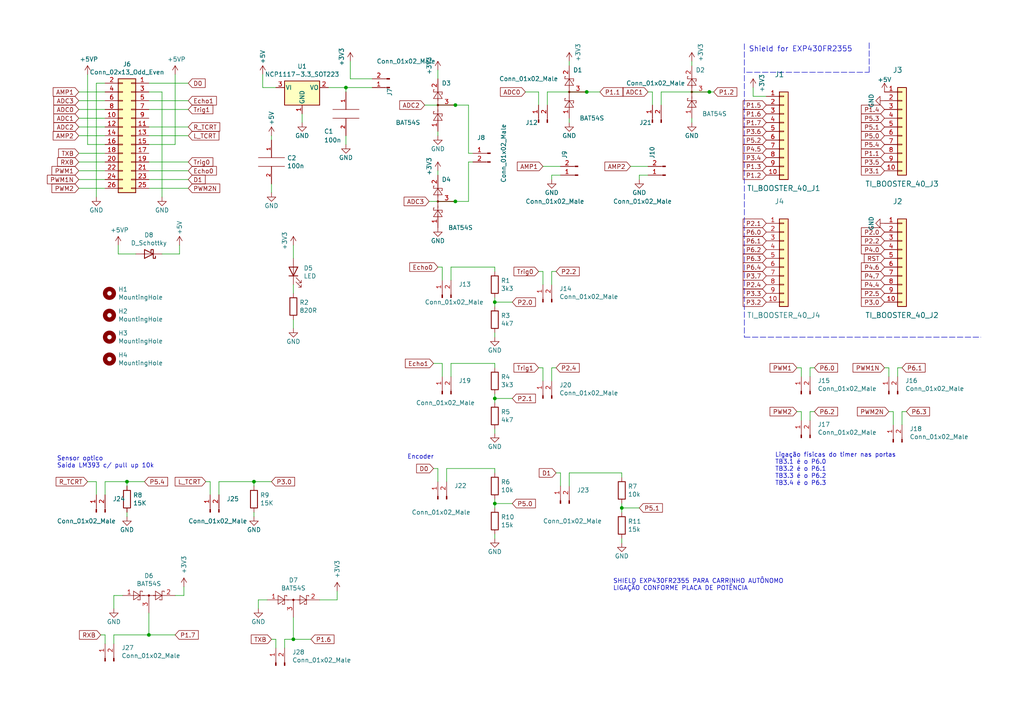
<source format=kicad_sch>
(kicad_sch (version 20211123) (generator eeschema)
  (paper "A4")
  (title_block (date "19 oct 2012"))
  (lib_symbols
    (symbol "Connector:Conn_01x02_Male" (pin_names (offset 1.016) hide)
      (property "Reference" "J" (at 0 2.54 0))
      (property "Value" "Conn_01x02_Male" (at 0 -5.08 0))
      (symbol "Conn_01x02_Male_1_1"
        (pin passive line (at 5.08 0 180) (length 3.81) (name "Pin_1") (number "1"))
        (pin passive line (at 5.08 -2.54 180) (length 3.81) (name "Pin_2") (number "2"))
      )
    )
    (symbol "Connector_Generic:Conn_01x10" (pin_names (offset 1.016) hide)
      (property "Reference" "J" (at 0 12.7 0))
      (property "Value" "Conn_01x10" (at 0 -15.24 0))
      (symbol "Conn_01x10_1_1"
        (pin passive line (at -5.08 10.16 0) (length 3.81) (name "Pin_1") (number "1"))
        (pin passive line (at -5.08 -12.7 0) (length 3.81) (name "Pin_10") (number "10"))
        (pin passive line (at -5.08 7.62 0) (length 3.81) (name "Pin_2") (number "2"))
        (pin passive line (at -5.08 5.08 0) (length 3.81) (name "Pin_3") (number "3"))
        (pin passive line (at -5.08 2.54 0) (length 3.81) (name "Pin_4") (number "4"))
        (pin passive line (at -5.08 0 0) (length 3.81) (name "Pin_5") (number "5"))
        (pin passive line (at -5.08 -2.54 0) (length 3.81) (name "Pin_6") (number "6"))
        (pin passive line (at -5.08 -5.08 0) (length 3.81) (name "Pin_7") (number "7"))
        (pin passive line (at -5.08 -7.62 0) (length 3.81) (name "Pin_8") (number "8"))
        (pin passive line (at -5.08 -10.16 0) (length 3.81) (name "Pin_9") (number "9"))
      )
    )
    (symbol "Connector_Generic:Conn_02x13_Odd_Even" (pin_names (offset 1.016) hide)
      (property "Reference" "J" (at 1.27 17.78 0))
      (property "Value" "Conn_02x13_Odd_Even" (at 1.27 -17.78 0))
      (symbol "Conn_02x13_Odd_Even_1_1"
        (pin passive line (at -5.08 15.24 0) (length 3.81) (name "Pin_1") (number "1"))
        (pin passive line (at 7.62 5.08 180) (length 3.81) (name "Pin_10") (number "10"))
        (pin passive line (at -5.08 2.54 0) (length 3.81) (name "Pin_11") (number "11"))
        (pin passive line (at 7.62 2.54 180) (length 3.81) (name "Pin_12") (number "12"))
        (pin passive line (at -5.08 0 0) (length 3.81) (name "Pin_13") (number "13"))
        (pin passive line (at 7.62 0 180) (length 3.81) (name "Pin_14") (number "14"))
        (pin passive line (at -5.08 -2.54 0) (length 3.81) (name "Pin_15") (number "15"))
        (pin passive line (at 7.62 -2.54 180) (length 3.81) (name "Pin_16") (number "16"))
        (pin passive line (at -5.08 -5.08 0) (length 3.81) (name "Pin_17") (number "17"))
        (pin passive line (at 7.62 -5.08 180) (length 3.81) (name "Pin_18") (number "18"))
        (pin passive line (at -5.08 -7.62 0) (length 3.81) (name "Pin_19") (number "19"))
        (pin passive line (at 7.62 15.24 180) (length 3.81) (name "Pin_2") (number "2"))
        (pin passive line (at 7.62 -7.62 180) (length 3.81) (name "Pin_20") (number "20"))
        (pin passive line (at -5.08 -10.16 0) (length 3.81) (name "Pin_21") (number "21"))
        (pin passive line (at 7.62 -10.16 180) (length 3.81) (name "Pin_22") (number "22"))
        (pin passive line (at -5.08 -12.7 0) (length 3.81) (name "Pin_23") (number "23"))
        (pin passive line (at 7.62 -12.7 180) (length 3.81) (name "Pin_24") (number "24"))
        (pin passive line (at -5.08 -15.24 0) (length 3.81) (name "Pin_25") (number "25"))
        (pin passive line (at 7.62 -15.24 180) (length 3.81) (name "Pin_26") (number "26"))
        (pin passive line (at -5.08 12.7 0) (length 3.81) (name "Pin_3") (number "3"))
        (pin passive line (at 7.62 12.7 180) (length 3.81) (name "Pin_4") (number "4"))
        (pin passive line (at -5.08 10.16 0) (length 3.81) (name "Pin_5") (number "5"))
        (pin passive line (at 7.62 10.16 180) (length 3.81) (name "Pin_6") (number "6"))
        (pin passive line (at -5.08 7.62 0) (length 3.81) (name "Pin_7") (number "7"))
        (pin passive line (at 7.62 7.62 180) (length 3.81) (name "Pin_8") (number "8"))
        (pin passive line (at -5.08 5.08 0) (length 3.81) (name "Pin_9") (number "9"))
      )
    )
    (symbol "Device:D_Schottky" (pin_numbers hide) (pin_names (offset 1.016) hide)
      (property "Reference" "D" (at 0 2.54 0))
      (property "Value" "D_Schottky" (at 0 -2.54 0))
      (symbol "D_Schottky_1_1"
        (pin passive line (at -3.81 0 0) (length 2.54) (name "K") (number "1"))
        (pin passive line (at 3.81 0 180) (length 2.54) (name "A") (number "2"))
      )
    )
    (symbol "Device:LED" (pin_numbers hide) (pin_names (offset 1.016) hide)
      (property "Reference" "D" (at 0 2.54 0))
      (property "Value" "LED" (at 0 -2.54 0))
      (symbol "LED_1_1"
        (pin passive line (at -3.81 0 0) (length 2.54) (name "K") (number "1"))
        (pin passive line (at 3.81 0 180) (length 2.54) (name "A") (number "2"))
      )
    )
    (symbol "Device:R" (pin_numbers hide) (pin_names (offset 0))
      (property "Reference" "R" (at 2.032 0 90))
      (property "Value" "R" (at 0 0 90))
      (symbol "R_1_1"
        (pin passive line (at 0 3.81 270) (length 1.27) (name "~") (number "1"))
        (pin passive line (at 0 -3.81 90) (length 1.27) (name "~") (number "2"))
      )
    )
    (symbol "Diode:BAT54S" (pin_names (offset 1.016))
      (property "Reference" "D" (at 0.635 -3.81 0))
      (property "Value" "BAT54S" (at -6.35 3.175 0))
      (symbol "BAT54S_1_1"
        (pin passive line (at -7.62 0 0) (length 3.81) (name "~") (number "1"))
        (pin passive line (at 7.62 0 180) (length 3.81) (name "~") (number "2"))
        (pin passive line (at 0 -5.08 90) (length 5.08) (name "~") (number "3"))
      )
    )
    (symbol "Mechanical:MountingHole" (pin_names (offset 1.016))
      (property "Reference" "H" (at 0 5.08 0))
      (property "Value" "MountingHole" (at 0 3.175 0))
    )
    (symbol "Regulator_Linear:NCP1117-3.3_SOT223" (pin_names (offset 0.254))
      (property "Reference" "U" (at -3.81 3.175 0))
      (property "Value" "NCP1117-3.3_SOT223" (at 0 3.175 0))
      (symbol "NCP1117-3.3_SOT223_1_1"
        (pin power_in line (at 0 -7.62 90) (length 2.54) (name "GND") (number "1"))
        (pin power_out line (at 7.62 0 180) (length 2.54) (name "VO") (number "2"))
        (pin power_in line (at -7.62 0 0) (length 2.54) (name "VI") (number "3"))
      )
    )
    (symbol "power:+3.3V" (power) (pin_names (offset 0))
      (property "Value" "+3.3V" (at 0 3.556 0))
      (symbol "+3.3V_1_1"
        (pin power_in line (at 0 0 90) (length 0) hide (name "+3V3") (number "1"))
      )
    )
    (symbol "power:+5V" (power) (pin_names (offset 0))
      (property "Value" "+5V" (at 0 3.556 0))
      (symbol "+5V_1_1"
        (pin power_in line (at 0 0 90) (length 0) hide (name "+5V") (number "1"))
      )
    )
    (symbol "power:+5VP" (power) (pin_names (offset 0))
      (property "Value" "+5VP" (at 0 3.556 0))
      (symbol "+5VP_1_1"
        (pin power_in line (at 0 0 90) (length 0) hide (name "+5VP") (number "1"))
      )
    )
    (symbol "power:GND" (power) (pin_names (offset 0))
      (property "Value" "GND" (at 0 -3.81 0))
      (symbol "GND_1_1"
        (pin power_in line (at 0 0 270) (length 0) hide (name "GND") (number "1"))
      )
    )
    (symbol "pspice:CAP" (pin_names (offset 0.254))
      (property "Reference" "C" (at 2.54 3.81 90))
      (property "Value" "CAP" (at 2.54 -3.81 90))
      (symbol "CAP_1_1"
        (pin passive line (at 0 6.35 270) (length 5.08) (name "~") (number "1"))
        (pin passive line (at 0 -6.35 90) (length 5.08) (name "~") (number "2"))
      )
    )
  )
  (junction (at 205.74 26.67))
  (junction (at 85.09 185.42))
  (junction (at 100.33 25.4))
  (junction (at 180.34 147.32))
  (junction (at 132.08 58.42))
  (junction (at 170.18 26.67))
  (junction (at 143.51 146.05))
  (junction (at 132.08 30.48))
  (junction (at 43.18 184.15))
  (junction (at 73.66 139.7))
  (junction (at 143.51 115.57))
  (junction (at 36.83 139.7))
  (junction (at 143.51 87.63))
  (wire (pts (xy 124.46 58.42) (xy 132.08 58.42)))
  (wire (pts (xy 101.6 22.86) (xy 101.6 17.78)))
  (wire (pts (xy 135.89 44.45) (xy 137.16 44.45)))
  (wire (pts (xy 30.48 36.83) (xy 22.86 36.83)))
  (wire (pts (xy 50.8 41.91) (xy 50.8 21.59)))
  (wire (pts (xy 143.51 77.47) (xy 143.51 78.74)))
  (wire (pts (xy 156.21 78.74) (xy 157.48 78.74)))
  (wire (pts (xy 143.51 86.36) (xy 143.51 87.63)))
  (wire (pts (xy 22.86 31.75) (xy 30.48 31.75)))
  (wire (pts (xy 189.23 26.67) (xy 189.23 30.48)))
  (wire (pts (xy 157.48 106.68) (xy 157.48 110.49)))
  (wire (pts (xy 257.81 119.38) (xy 259.08 119.38)))
  (wire (pts (xy 43.18 54.61) (xy 54.61 54.61)))
  (wire (pts (xy 85.09 82.55) (xy 85.09 85.09)))
  (wire (pts (xy 180.34 147.32) (xy 180.34 148.59)))
  (wire (pts (xy 36.83 148.59) (xy 36.83 149.86)))
  (wire (pts (xy 185.42 52.07) (xy 185.42 50.8)))
  (wire (pts (xy 78.74 39.37) (xy 78.74 40.64)))
  (wire (pts (xy 165.1 137.16) (xy 165.1 140.97)))
  (wire (pts (xy 43.18 184.15) (xy 50.8 184.15)))
  (wire (pts (xy 234.95 119.38) (xy 234.95 121.92)))
  (wire (pts (xy 22.86 34.29) (xy 30.48 34.29)))
  (polyline (pts (xy 252.095 20.955) (xy 252.095 12.065)))
  (wire (pts (xy 143.51 105.41) (xy 143.51 106.68)))
  (wire (pts (xy 85.09 179.07) (xy 85.09 185.42)))
  (wire (pts (xy 92.71 173.99) (xy 97.79 173.99)))
  (wire (pts (xy 130.81 77.47) (xy 143.51 77.47)))
  (wire (pts (xy 231.14 106.68) (xy 232.41 106.68)))
  (wire (pts (xy 27.94 139.7) (xy 27.94 143.51)))
  (wire (pts (xy 232.41 119.38) (xy 232.41 121.92)))
  (wire (pts (xy 85.09 92.71) (xy 85.09 95.25)))
  (wire (pts (xy 173.99 26.67) (xy 170.18 26.67)))
  (wire (pts (xy 127 49.53) (xy 127 50.8)))
  (wire (pts (xy 54.61 24.13) (xy 43.18 24.13)))
  (wire (pts (xy 63.5 139.7) (xy 63.5 143.51)))
  (wire (pts (xy 143.51 135.89) (xy 143.51 137.16)))
  (wire (pts (xy 129.54 135.89) (xy 129.54 139.7)))
  (wire (pts (xy 22.86 29.21) (xy 30.48 29.21)))
  (wire (pts (xy 165.1 137.16) (xy 180.34 137.16)))
  (wire (pts (xy 261.62 106.68) (xy 260.35 106.68)))
  (wire (pts (xy 262.89 119.38) (xy 261.62 119.38)))
  (wire (pts (xy 152.4 26.67) (xy 156.21 26.67)))
  (wire (pts (xy 160.02 50.8) (xy 162.56 50.8)))
  (wire (pts (xy 218.44 25.4) (xy 218.44 27.94)))
  (wire (pts (xy 25.4 41.91) (xy 25.4 21.59)))
  (wire (pts (xy 85.09 71.12) (xy 85.09 74.93)))
  (wire (pts (xy 256.54 106.68) (xy 257.81 106.68)))
  (wire (pts (xy 60.96 139.7) (xy 60.96 143.51)))
  (wire (pts (xy 207.01 26.67) (xy 205.74 26.67)))
  (wire (pts (xy 180.34 147.32) (xy 185.42 147.32)))
  (wire (pts (xy 78.74 53.34) (xy 78.74 55.88)))
  (wire (pts (xy 46.99 73.66) (xy 52.07 73.66)))
  (wire (pts (xy 43.18 26.67) (xy 46.99 26.67)))
  (wire (pts (xy 160.02 82.55) (xy 160.02 78.74)))
  (wire (pts (xy 130.81 81.28) (xy 130.81 77.47)))
  (wire (pts (xy 143.51 115.57) (xy 143.51 116.84)))
  (wire (pts (xy 33.02 184.15) (xy 33.02 186.69)))
  (wire (pts (xy 123.19 30.48) (xy 132.08 30.48)))
  (wire (pts (xy 156.21 26.67) (xy 156.21 30.48)))
  (wire (pts (xy 30.48 44.45) (xy 22.86 44.45)))
  (wire (pts (xy 85.09 185.42) (xy 90.17 185.42)))
  (wire (pts (xy 236.22 106.68) (xy 234.95 106.68)))
  (wire (pts (xy 33.02 172.72) (xy 35.56 172.72)))
  (wire (pts (xy 156.21 106.68) (xy 157.48 106.68)))
  (wire (pts (xy 261.62 119.38) (xy 261.62 123.19)))
  (wire (pts (xy 43.18 36.83) (xy 54.61 36.83)))
  (wire (pts (xy 160.02 106.68) (xy 160.02 110.49)))
  (wire (pts (xy 191.77 26.67) (xy 205.74 26.67)))
  (wire (pts (xy 30.48 184.15) (xy 30.48 186.69)))
  (wire (pts (xy 161.29 106.68) (xy 160.02 106.68)))
  (wire (pts (xy 29.21 184.15) (xy 30.48 184.15)))
  (wire (pts (xy 187.96 26.67) (xy 189.23 26.67)))
  (wire (pts (xy 182.88 48.26) (xy 187.96 48.26)))
  (wire (pts (xy 191.77 26.67) (xy 191.77 30.48)))
  (wire (pts (xy 157.48 48.26) (xy 162.56 48.26)))
  (wire (pts (xy 130.81 105.41) (xy 130.81 109.22)))
  (wire (pts (xy 74.93 176.53) (xy 74.93 173.99)))
  (wire (pts (xy 95.25 25.4) (xy 100.33 25.4)))
  (wire (pts (xy 135.89 30.48) (xy 132.08 30.48)))
  (wire (pts (xy 50.8 172.72) (xy 53.34 172.72)))
  (wire (pts (xy 200.66 34.29) (xy 200.66 35.56)))
  (wire (pts (xy 234.95 106.68) (xy 234.95 109.22)))
  (wire (pts (xy 128.27 109.22) (xy 128.27 105.41)))
  (wire (pts (xy 43.18 41.91) (xy 50.8 41.91)))
  (wire (pts (xy 63.5 139.7) (xy 73.66 139.7)))
  (polyline (pts (xy 216.535 20.955) (xy 252.095 20.955)))
  (wire (pts (xy 73.66 139.7) (xy 73.66 140.97)))
  (wire (pts (xy 36.83 139.7) (xy 36.83 140.97)))
  (wire (pts (xy 43.18 49.53) (xy 54.61 49.53)))
  (wire (pts (xy 143.51 146.05) (xy 143.51 147.32)))
  (wire (pts (xy 143.51 114.3) (xy 143.51 115.57)))
  (wire (pts (xy 74.93 173.99) (xy 77.47 173.99)))
  (wire (pts (xy 22.86 39.37) (xy 30.48 39.37)))
  (wire (pts (xy 43.18 177.8) (xy 43.18 184.15)))
  (wire (pts (xy 180.34 137.16) (xy 180.34 138.43)))
  (wire (pts (xy 180.34 156.21) (xy 180.34 157.48)))
  (wire (pts (xy 165.1 34.29) (xy 165.1 35.56)))
  (wire (pts (xy 33.02 176.53) (xy 33.02 172.72)))
  (wire (pts (xy 52.07 73.66) (xy 52.07 71.12)))
  (wire (pts (xy 232.41 106.68) (xy 232.41 109.22)))
  (wire (pts (xy 97.79 173.99) (xy 97.79 171.45)))
  (wire (pts (xy 73.66 139.7) (xy 78.74 139.7)))
  (wire (pts (xy 101.6 22.86) (xy 107.95 22.86)))
  (wire (pts (xy 27.94 57.15) (xy 27.94 24.13)))
  (wire (pts (xy 82.55 185.42) (xy 85.09 185.42)))
  (wire (pts (xy 231.14 119.38) (xy 232.41 119.38)))
  (wire (pts (xy 100.33 39.37) (xy 100.33 41.91)))
  (wire (pts (xy 30.48 41.91) (xy 25.4 41.91)))
  (wire (pts (xy 54.61 29.21) (xy 43.18 29.21)))
  (wire (pts (xy 22.86 49.53) (xy 30.48 49.53)))
  (wire (pts (xy 22.86 26.67) (xy 30.48 26.67)))
  (wire (pts (xy 165.1 17.78) (xy 165.1 19.05)))
  (wire (pts (xy 185.42 50.8) (xy 187.96 50.8)))
  (wire (pts (xy 143.51 124.46) (xy 143.51 125.73)))
  (wire (pts (xy 82.55 185.42) (xy 82.55 187.96)))
  (wire (pts (xy 259.08 119.38) (xy 259.08 123.19)))
  (wire (pts (xy 143.51 144.78) (xy 143.51 146.05)))
  (wire (pts (xy 59.69 139.7) (xy 60.96 139.7)))
  (wire (pts (xy 257.81 106.68) (xy 257.81 109.22)))
  (wire (pts (xy 53.34 172.72) (xy 53.34 170.18)))
  (wire (pts (xy 76.2 25.4) (xy 76.2 21.59)))
  (wire (pts (xy 100.33 25.4) (xy 107.95 25.4)))
  (wire (pts (xy 143.51 96.52) (xy 143.51 97.79)))
  (wire (pts (xy 127 20.32) (xy 127 22.86)))
  (wire (pts (xy 132.08 58.42) (xy 135.89 58.42)))
  (wire (pts (xy 34.29 73.66) (xy 39.37 73.66)))
  (wire (pts (xy 161.29 137.16) (xy 162.56 137.16)))
  (wire (pts (xy 128.27 105.41) (xy 125.73 105.41)))
  (wire (pts (xy 80.01 25.4) (xy 76.2 25.4)))
  (wire (pts (xy 34.29 71.12) (xy 34.29 73.66)))
  (wire (pts (xy 135.89 46.99) (xy 137.16 46.99)))
  (wire (pts (xy 43.18 31.75) (xy 54.61 31.75)))
  (wire (pts (xy 143.51 146.05) (xy 148.59 146.05)))
  (wire (pts (xy 260.35 106.68) (xy 260.35 109.22)))
  (wire (pts (xy 33.02 184.15) (xy 43.18 184.15)))
  (wire (pts (xy 27.94 24.13) (xy 30.48 24.13)))
  (wire (pts (xy 236.22 119.38) (xy 234.95 119.38)))
  (wire (pts (xy 158.75 26.67) (xy 170.18 26.67)))
  (wire (pts (xy 78.74 185.42) (xy 80.01 185.42)))
  (wire (pts (xy 143.51 115.57) (xy 148.59 115.57)))
  (wire (pts (xy 43.18 39.37) (xy 54.61 39.37)))
  (wire (pts (xy 135.89 58.42) (xy 135.89 46.99)))
  (wire (pts (xy 100.33 25.4) (xy 100.33 26.67)))
  (wire (pts (xy 30.48 52.07) (xy 22.86 52.07)))
  (polyline (pts (xy 215.9 12.7) (xy 215.9 97.79)))
  (wire (pts (xy 218.44 27.94) (xy 222.25 27.94)))
  (wire (pts (xy 128.27 77.47) (xy 128.27 81.28)))
  (wire (pts (xy 143.51 87.63) (xy 148.59 87.63)))
  (polyline (pts (xy 215.9 97.79) (xy 284.48 97.79)))
  (wire (pts (xy 22.86 46.99) (xy 30.48 46.99)))
  (wire (pts (xy 143.51 87.63) (xy 143.51 88.9)))
  (wire (pts (xy 180.34 146.05) (xy 180.34 147.32)))
  (wire (pts (xy 25.4 139.7) (xy 27.94 139.7)))
  (wire (pts (xy 125.73 135.89) (xy 127 135.89)))
  (wire (pts (xy 157.48 78.74) (xy 157.48 82.55)))
  (wire (pts (xy 54.61 46.99) (xy 43.18 46.99)))
  (wire (pts (xy 127 135.89) (xy 127 139.7)))
  (wire (pts (xy 30.48 139.7) (xy 36.83 139.7)))
  (wire (pts (xy 22.86 54.61) (xy 30.48 54.61)))
  (wire (pts (xy 129.54 135.89) (xy 143.51 135.89)))
  (wire (pts (xy 46.99 26.67) (xy 46.99 57.15)))
  (wire (pts (xy 36.83 139.7) (xy 41.91 139.7)))
  (wire (pts (xy 127 38.1) (xy 127 39.37)))
  (wire (pts (xy 87.63 33.02) (xy 87.63 35.56)))
  (wire (pts (xy 127 77.47) (xy 128.27 77.47)))
  (wire (pts (xy 158.75 26.67) (xy 158.75 30.48)))
  (wire (pts (xy 130.81 105.41) (xy 143.51 105.41)))
  (wire (pts (xy 200.66 17.78) (xy 200.66 19.05)))
  (wire (pts (xy 30.48 139.7) (xy 30.48 143.51)))
  (wire (pts (xy 160.02 52.07) (xy 160.02 50.8)))
  (wire (pts (xy 80.01 185.42) (xy 80.01 187.96)))
  (wire (pts (xy 162.56 137.16) (xy 162.56 140.97)))
  (wire (pts (xy 73.66 148.59) (xy 73.66 149.86)))
  (wire (pts (xy 135.89 30.48) (xy 135.89 44.45)))
  (wire (pts (xy 143.51 154.94) (xy 143.51 156.21)))
  (wire (pts (xy 160.02 78.74) (xy 161.29 78.74)))
  (wire (pts (xy 54.61 52.07) (xy 43.18 52.07)))
  (text "Encoder" (at 118.11 133.35 0) (effects (font (size 1.27 1.27)) (justify left bottom)))
  (text "SHIELD EXP430FR2355 PARA CARRINHO AUTÔNOMO\nLIGAÇÃO CONFORME PLACA DE POTÊNCIA" (at 177.8 171.45 0) (effects (font (size 1.27 1.27)) (justify left bottom)))
  (text "Sensor optico\nSaída LM393 c/ pull up 10k" (at 16.51 135.89 0) (effects (font (size 1.27 1.27)) (justify left bottom)))
  (text "Ligação físicas do timer nas portas\nTB3.1 é o P6.0\nTB3.2 é o P6.1\nTB3.3 é o P6.2\nTB3.4 é o P6.3\n" (at 224.79 140.97 0) (effects (font (size 1.27 1.27)) (justify left bottom)))
  (text "Shield for EXP430FR2355\n" (at 217.17 15.24 0) (effects (font (size 1.524 1.524)) (justify left bottom)))
  (global_label "L_TCRT" (shape input) (at 54.61 39.37 0) (property "Intersheet References" "${INTERSHEET_REFS}" (effects hide)))
  (global_label "PWM2" (shape input) (at 231.14 119.38 180) (property "Intersheet References" "${INTERSHEET_REFS}" (effects hide)))
  (global_label "Trig0" (shape input) (at 156.21 78.74 180) (property "Intersheet References" "${INTERSHEET_REFS}" (effects hide)))
  (global_label "P5.0" (shape input) (at 256.54 39.37 180) (property "Intersheet References" "${INTERSHEET_REFS}" (effects hide)))
  (global_label "D1" (shape input) (at 161.29 137.16 180) (property "Intersheet References" "${INTERSHEET_REFS}" (effects hide)))
  (global_label "P5.1" (shape input) (at 185.42 147.32 0) (property "Intersheet References" "${INTERSHEET_REFS}" (effects hide)))
  (global_label "PWM1" (shape input) (at 22.86 49.53 180) (property "Intersheet References" "${INTERSHEET_REFS}" (effects hide)))
  (global_label "P6.0" (shape input) (at 222.25 67.31 180) (property "Intersheet References" "${INTERSHEET_REFS}" (effects hide)))
  (global_label "P5.1" (shape input) (at 256.54 36.83 180) (property "Intersheet References" "${INTERSHEET_REFS}" (effects hide)))
  (global_label "P6.2" (shape input) (at 236.22 119.38 0) (property "Intersheet References" "${INTERSHEET_REFS}" (effects hide)))
  (global_label "PWM1N" (shape input) (at 22.86 52.07 180) (property "Intersheet References" "${INTERSHEET_REFS}" (effects hide)))
  (global_label "P3.1" (shape input) (at 256.54 49.53 180) (property "Intersheet References" "${INTERSHEET_REFS}" (effects hide)))
  (global_label "ADC1" (shape input) (at 22.86 34.29 180) (property "Intersheet References" "${INTERSHEET_REFS}" (effects hide)))
  (global_label "P6.1" (shape input) (at 222.25 69.85 180) (property "Intersheet References" "${INTERSHEET_REFS}" (effects hide)))
  (global_label "P2.1" (shape input) (at 148.59 115.57 0) (property "Intersheet References" "${INTERSHEET_REFS}" (effects hide)))
  (global_label "P4.4" (shape input) (at 256.54 82.55 180) (property "Intersheet References" "${INTERSHEET_REFS}" (effects hide)))
  (global_label "PWM2N" (shape input) (at 257.81 119.38 180) (property "Intersheet References" "${INTERSHEET_REFS}" (effects hide)))
  (global_label "P2.4" (shape input) (at 222.25 82.55 180) (property "Intersheet References" "${INTERSHEET_REFS}" (effects hide)))
  (global_label "D0" (shape input) (at 125.73 135.89 180) (property "Intersheet References" "${INTERSHEET_REFS}" (effects hide)))
  (global_label "Echo0" (shape input) (at 54.61 49.53 0) (property "Intersheet References" "${INTERSHEET_REFS}" (effects hide)))
  (global_label "PWM1N" (shape input) (at 256.54 106.68 180) (property "Intersheet References" "${INTERSHEET_REFS}" (effects hide)))
  (global_label "D1" (shape input) (at 54.61 52.07 0) (property "Intersheet References" "${INTERSHEET_REFS}" (effects hide)))
  (global_label "P1.6" (shape input) (at 222.25 33.02 180) (property "Intersheet References" "${INTERSHEET_REFS}" (effects hide)))
  (global_label "RXB" (shape input) (at 22.86 46.99 180) (property "Intersheet References" "${INTERSHEET_REFS}" (effects hide)))
  (global_label "PWM2" (shape input) (at 22.86 54.61 180) (property "Intersheet References" "${INTERSHEET_REFS}" (effects hide)))
  (global_label "P5.3" (shape input) (at 256.54 34.29 180) (property "Intersheet References" "${INTERSHEET_REFS}" (effects hide)))
  (global_label "P1.6" (shape input) (at 90.17 185.42 0) (property "Intersheet References" "${INTERSHEET_REFS}" (effects hide)))
  (global_label "TXB" (shape input) (at 22.86 44.45 180) (property "Intersheet References" "${INTERSHEET_REFS}" (effects hide)))
  (global_label "L_TCRT" (shape input) (at 59.69 139.7 180) (property "Intersheet References" "${INTERSHEET_REFS}" (effects hide)))
  (global_label "AMP2" (shape input) (at 182.88 48.26 180) (property "Intersheet References" "${INTERSHEET_REFS}" (effects hide)))
  (global_label "RXB" (shape input) (at 29.21 184.15 180) (property "Intersheet References" "${INTERSHEET_REFS}" (effects hide)))
  (global_label "TXB" (shape input) (at 78.74 185.42 180) (property "Intersheet References" "${INTERSHEET_REFS}" (effects hide)))
  (global_label "AMP1" (shape input) (at 157.48 48.26 180) (property "Intersheet References" "${INTERSHEET_REFS}" (effects hide)))
  (global_label "P6.4" (shape input) (at 222.25 77.47 180) (property "Intersheet References" "${INTERSHEET_REFS}" (effects hide)))
  (global_label "Trig1" (shape input) (at 54.61 31.75 0) (property "Intersheet References" "${INTERSHEET_REFS}" (effects hide)))
  (global_label "P3.0" (shape input) (at 78.74 139.7 0) (property "Intersheet References" "${INTERSHEET_REFS}" (effects hide)))
  (global_label "Echo1" (shape input) (at 54.61 29.21 0) (property "Intersheet References" "${INTERSHEET_REFS}" (effects hide)))
  (global_label "PWM2N" (shape input) (at 54.61 54.61 0) (property "Intersheet References" "${INTERSHEET_REFS}" (effects hide)))
  (global_label "Trig0" (shape input) (at 54.61 46.99 0) (property "Intersheet References" "${INTERSHEET_REFS}" (effects hide)))
  (global_label "P2.0" (shape input) (at 256.54 67.31 180) (property "Intersheet References" "${INTERSHEET_REFS}" (effects hide)))
  (global_label "P5.4" (shape input) (at 41.91 139.7 0) (property "Intersheet References" "${INTERSHEET_REFS}" (effects hide)))
  (global_label "P3.5" (shape input) (at 256.54 46.99 180) (property "Intersheet References" "${INTERSHEET_REFS}" (effects hide)))
  (global_label "P2.2" (shape input) (at 161.29 78.74 0) (property "Intersheet References" "${INTERSHEET_REFS}" (effects hide)))
  (global_label "P3.3" (shape input) (at 222.25 85.09 180) (property "Intersheet References" "${INTERSHEET_REFS}" (effects hide)))
  (global_label "ADC3" (shape input) (at 124.46 58.42 180) (property "Intersheet References" "${INTERSHEET_REFS}" (effects hide)))
  (global_label "ADC3" (shape input) (at 22.86 29.21 180) (property "Intersheet References" "${INTERSHEET_REFS}" (effects hide)))
  (global_label "Echo0" (shape input) (at 127 77.47 180) (property "Intersheet References" "${INTERSHEET_REFS}" (effects hide)))
  (global_label "R_TCRT" (shape input) (at 54.61 36.83 0) (property "Intersheet References" "${INTERSHEET_REFS}" (effects hide)))
  (global_label "P3.6" (shape input) (at 222.25 38.1 180) (property "Intersheet References" "${INTERSHEET_REFS}" (effects hide)))
  (global_label "P6.1" (shape input) (at 261.62 106.68 0) (property "Intersheet References" "${INTERSHEET_REFS}" (effects hide)))
  (global_label "P3.7" (shape input) (at 222.25 80.01 180) (property "Intersheet References" "${INTERSHEET_REFS}" (effects hide)))
  (global_label "P3.2" (shape input) (at 222.25 87.63 180) (property "Intersheet References" "${INTERSHEET_REFS}" (effects hide)))
  (global_label "P1.3" (shape input) (at 222.25 48.26 180) (property "Intersheet References" "${INTERSHEET_REFS}" (effects hide)))
  (global_label "P1.1" (shape input) (at 173.99 26.67 0) (property "Intersheet References" "${INTERSHEET_REFS}" (effects hide)))
  (global_label "P6.2" (shape input) (at 222.25 72.39 180) (property "Intersheet References" "${INTERSHEET_REFS}" (effects hide)))
  (global_label "P1.5" (shape input) (at 222.25 30.48 180) (property "Intersheet References" "${INTERSHEET_REFS}" (effects hide)))
  (global_label "P1.7" (shape input) (at 50.8 184.15 0) (property "Intersheet References" "${INTERSHEET_REFS}" (effects hide)))
  (global_label "P2.1" (shape input) (at 222.25 64.77 180) (property "Intersheet References" "${INTERSHEET_REFS}" (effects hide)))
  (global_label "Echo1" (shape input) (at 125.73 105.41 180) (property "Intersheet References" "${INTERSHEET_REFS}" (effects hide)))
  (global_label "P5.2" (shape input) (at 222.25 40.64 180) (property "Intersheet References" "${INTERSHEET_REFS}" (effects hide)))
  (global_label "P2.0" (shape input) (at 148.59 87.63 0) (property "Intersheet References" "${INTERSHEET_REFS}" (effects hide)))
  (global_label "P2.4" (shape input) (at 161.29 106.68 0) (property "Intersheet References" "${INTERSHEET_REFS}" (effects hide)))
  (global_label "P6.3" (shape input) (at 222.25 74.93 180) (property "Intersheet References" "${INTERSHEET_REFS}" (effects hide)))
  (global_label "ADC0" (shape input) (at 152.4 26.67 180) (property "Intersheet References" "${INTERSHEET_REFS}" (effects hide)))
  (global_label "P4.0" (shape input) (at 256.54 72.39 180) (property "Intersheet References" "${INTERSHEET_REFS}" (effects hide)))
  (global_label "R_TCRT" (shape input) (at 25.4 139.7 180) (property "Intersheet References" "${INTERSHEET_REFS}" (effects hide)))
  (global_label "P1.4" (shape input) (at 256.54 31.75 180) (property "Intersheet References" "${INTERSHEET_REFS}" (effects hide)))
  (global_label "AMP2" (shape input) (at 22.86 39.37 180) (property "Intersheet References" "${INTERSHEET_REFS}" (effects hide)))
  (global_label "D0" (shape input) (at 54.61 24.13 0) (property "Intersheet References" "${INTERSHEET_REFS}" (effects hide)))
  (global_label "RST" (shape input) (at 256.54 74.93 180) (property "Intersheet References" "${INTERSHEET_REFS}" (effects hide)))
  (global_label "Trig1" (shape input) (at 156.21 106.68 180) (property "Intersheet References" "${INTERSHEET_REFS}" (effects hide)))
  (global_label "AMP1" (shape input) (at 22.86 26.67 180) (property "Intersheet References" "${INTERSHEET_REFS}" (effects hide)))
  (global_label "P6.3" (shape input) (at 262.89 119.38 0) (property "Intersheet References" "${INTERSHEET_REFS}" (effects hide)))
  (global_label "P2.5" (shape input) (at 256.54 85.09 180) (property "Intersheet References" "${INTERSHEET_REFS}" (effects hide)))
  (global_label "P2.2" (shape input) (at 256.54 69.85 180) (property "Intersheet References" "${INTERSHEET_REFS}" (effects hide)))
  (global_label "P3.4" (shape input) (at 222.25 45.72 180) (property "Intersheet References" "${INTERSHEET_REFS}" (effects hide)))
  (global_label "P5.4" (shape input) (at 256.54 41.91 180) (property "Intersheet References" "${INTERSHEET_REFS}" (effects hide)))
  (global_label "ADC0" (shape input) (at 22.86 31.75 180) (property "Intersheet References" "${INTERSHEET_REFS}" (effects hide)))
  (global_label "ADC2" (shape input) (at 22.86 36.83 180) (property "Intersheet References" "${INTERSHEET_REFS}" (effects hide)))
  (global_label "ADC1" (shape input) (at 187.96 26.67 180) (property "Intersheet References" "${INTERSHEET_REFS}" (effects hide)))
  (global_label "P5.0" (shape input) (at 148.59 146.05 0) (property "Intersheet References" "${INTERSHEET_REFS}" (effects hide)))
  (global_label "P1.1" (shape input) (at 256.54 44.45 180) (property "Intersheet References" "${INTERSHEET_REFS}" (effects hide)))
  (global_label "P1.2" (shape input) (at 207.01 26.67 0) (property "Intersheet References" "${INTERSHEET_REFS}" (effects hide)))
  (global_label "P6.0" (shape input) (at 236.22 106.68 0) (property "Intersheet References" "${INTERSHEET_REFS}" (effects hide)))
  (global_label "P4.5" (shape input) (at 222.25 43.18 180) (property "Intersheet References" "${INTERSHEET_REFS}" (effects hide)))
  (global_label "P4.7" (shape input) (at 256.54 80.01 180) (property "Intersheet References" "${INTERSHEET_REFS}" (effects hide)))
  (global_label "P1.7" (shape input) (at 222.25 35.56 180) (property "Intersheet References" "${INTERSHEET_REFS}" (effects hide)))
  (global_label "ADC2" (shape input) (at 123.19 30.48 180) (property "Intersheet References" "${INTERSHEET_REFS}" (effects hide)))
  (global_label "P4.6" (shape input) (at 256.54 77.47 180) (property "Intersheet References" "${INTERSHEET_REFS}" (effects hide)))
  (global_label "P3.0" (shape input) (at 256.54 87.63 180) (property "Intersheet References" "${INTERSHEET_REFS}" (effects hide)))
  (global_label "P1.2" (shape input) (at 222.25 50.8 180) (property "Intersheet References" "${INTERSHEET_REFS}" (effects hide)))
  (global_label "PWM1" (shape input) (at 231.14 106.68 180) (property "Intersheet References" "${INTERSHEET_REFS}" (effects hide)))
  (symbol (lib_id "power:GND") (at 256.54 64.77 270) (unit 1)
    (property "Reference" "#PWR0101" (effects hide))
    (property "Value" "GND" (at 252.73 64.77 0))
  )
  (symbol (lib_id "Connector_Generic:Conn_01x10") (at 227.33 38.1 0) (unit 1)
    (property "Reference" "J1" (at 226.06 21.59 0) (effects (font (size 1.524 1.524))))
    (property "Value" "TI_BOOSTER_40_J1" (at 227.33 54.61 0) (effects (font (size 1.524 1.524))))
    (property "Footprint" "Connector_PinHeader_2.54mm:PinHeader_1x10_P2.54mm_Vertical" (effects hide))
  )
  (symbol (lib_id "Connector_Generic:Conn_01x10") (at 261.62 74.93 0) (unit 1)
    (property "Reference" "J2" (at 260.35 58.42 0) (effects (font (size 1.524 1.524))))
    (property "Value" "TI_BOOSTER_40_J2" (at 261.62 91.44 0) (effects (font (size 1.524 1.524))))
    (property "Footprint" "Connector_PinHeader_2.54mm:PinHeader_1x10_P2.54mm_Vertical" (effects hide))
  )
  (symbol (lib_id "Connector_Generic:Conn_01x10") (at 261.62 36.83 0) (unit 1)
    (property "Reference" "J3" (at 260.35 20.32 0) (effects (font (size 1.524 1.524))))
    (property "Value" "TI_BOOSTER_40_J3" (at 261.62 53.34 0) (effects (font (size 1.524 1.524))))
    (property "Footprint" "Connector_PinHeader_2.54mm:PinHeader_1x10_P2.54mm_Vertical" (effects hide))
  )
  (symbol (lib_id "Connector_Generic:Conn_01x10") (at 227.33 74.93 0) (unit 1)
    (property "Reference" "J4" (at 226.06 58.42 0) (effects (font (size 1.524 1.524))))
    (property "Value" "TI_BOOSTER_40_J4" (at 227.33 91.44 0) (effects (font (size 1.524 1.524))))
    (property "Footprint" "Connector_PinHeader_2.54mm:PinHeader_1x10_P2.54mm_Vertical" (effects hide))
  )
  (symbol (lib_id "power:GND") (at 256.54 29.21 270) (unit 1)
    (property "Reference" "#PWR0103" (effects hide))
    (property "Value" "GND" (at 252.73 29.21 0))
  )
  (symbol (lib_id "power:+5V") (at 256.54 26.67 0) (unit 1)
    (property "Reference" "#PWR0104" (effects hide))
    (property "Value" "+5V" (at 256.54 23.114 0))
  )
  (symbol (lib_id "Connector:Conn_01x02_Male") (at 142.24 44.45 0) (mirror y) (unit 1)
    (property "Reference" "J8" (at 139.5476 39.9288 0))
    (property "Value" "Conn_01x02_Male" (at 146.05 44.45 90))
    (property "Footprint" "Connector_PinHeader_2.54mm:PinHeader_1x02_P2.54mm_Vertical" (effects hide))
  )
  (symbol (lib_id "Connector:Conn_01x02_Male") (at 128.27 114.3 90) (unit 1)
    (property "Reference" "J19" (at 133.0198 110.4138 90) (effects (justify right)))
    (property "Value" "Conn_01x02_Male" (at 120.65 116.84 90) (effects (justify right)))
    (property "Footprint" "Connector_PinHeader_2.54mm:PinHeader_1x02_P2.54mm_Vertical" (effects hide))
  )
  (symbol (lib_id "Connector:Conn_01x02_Male") (at 60.96 148.59 90) (unit 1)
    (property "Reference" "J25" (at 65.7098 144.7038 90) (effects (justify right)))
    (property "Value" "Conn_01x02_Male" (at 54.61 151.13 90) (effects (justify right)))
    (property "Footprint" "Connector_PinHeader_2.54mm:PinHeader_1x02_P2.54mm_Vertical" (effects hide))
  )
  (symbol (lib_id "Connector:Conn_01x02_Male") (at 27.94 148.59 90) (unit 1)
    (property "Reference" "J24" (at 32.6898 144.7038 90) (effects (justify right)))
    (property "Value" "Conn_01x02_Male" (at 16.51 151.13 90) (effects (justify right)))
    (property "Footprint" "Connector_PinHeader_2.54mm:PinHeader_1x02_P2.54mm_Vertical" (effects hide))
  )
  (symbol (lib_id "Connector:Conn_01x02_Male") (at 127 144.78 90) (unit 1)
    (property "Reference" "J22" (at 131.7498 140.8938 90) (effects (justify right)))
    (property "Value" "Conn_01x02_Male" (at 119.38 148.59 90) (effects (justify right)))
    (property "Footprint" "Connector_PinHeader_2.54mm:PinHeader_1x02_P2.54mm_Vertical" (effects hide))
  )
  (symbol (lib_id "Connector:Conn_01x02_Male") (at 157.48 115.57 90) (unit 1)
    (property "Reference" "J20" (at 162.2298 111.6838 90) (effects (justify right)))
    (property "Value" "Conn_01x02_Male" (at 162.2298 113.9952 90) (effects (justify right)))
    (property "Footprint" "Connector_PinHeader_2.54mm:PinHeader_1x02_P2.54mm_Vertical" (effects hide))
  )
  (symbol (lib_id "Connector:Conn_01x02_Male") (at 157.48 87.63 90) (unit 1)
    (property "Reference" "J14" (at 162.2298 83.7438 90) (effects (justify right)))
    (property "Value" "Conn_01x02_Male" (at 162.2298 86.0552 90) (effects (justify right)))
    (property "Footprint" "Connector_PinHeader_2.54mm:PinHeader_1x02_P2.54mm_Vertical" (effects hide))
  )
  (symbol (lib_id "Connector:Conn_01x02_Male") (at 128.27 86.36 90) (unit 1)
    (property "Reference" "J13" (at 133.0198 82.4738 90) (effects (justify right)))
    (property "Value" "Conn_01x02_Male" (at 123.19 87.63 90) (effects (justify right)))
    (property "Footprint" "Connector_PinHeader_2.54mm:PinHeader_1x02_P2.54mm_Vertical" (effects hide))
  )
  (symbol (lib_id "Connector:Conn_01x02_Male") (at 162.56 146.05 90) (unit 1)
    (property "Reference" "J23" (at 167.3098 142.1638 90) (effects (justify right)))
    (property "Value" "Conn_01x02_Male" (at 157.48 151.13 90) (effects (justify right)))
    (property "Footprint" "Connector_PinHeader_2.54mm:PinHeader_1x02_P2.54mm_Vertical" (effects hide))
  )
  (symbol (lib_id "Connector:Conn_01x02_Male") (at 259.08 128.27 90) (unit 1)
    (property "Reference" "J18" (at 263.8298 124.3838 90) (effects (justify right)))
    (property "Value" "Conn_01x02_Male" (at 263.8298 126.6952 90) (effects (justify right)))
    (property "Footprint" "Connector_PinHeader_2.54mm:PinHeader_1x02_P2.54mm_Vertical" (effects hide))
  )
  (symbol (lib_id "Connector:Conn_01x02_Male") (at 156.21 35.56 90) (unit 1)
    (property "Reference" "J12" (at 152.4 35.56 90) (effects (justify right)))
    (property "Value" "Conn_01x02_Male" (at 144.78 22.86 90) (effects (justify right)))
    (property "Footprint" "Connector_PinHeader_2.54mm:PinHeader_1x02_P2.54mm_Vertical" (effects hide))
  )
  (symbol (lib_id "Connector:Conn_01x02_Male") (at 189.23 35.56 90) (unit 1)
    (property "Reference" "J21" (at 185.42 35.56 90) (effects (justify right)))
    (property "Value" "Conn_01x02_Male" (at 181.61 24.13 90) (effects (justify right)))
    (property "Footprint" "Connector_PinHeader_2.54mm:PinHeader_1x02_P2.54mm_Vertical" (effects hide))
  )
  (symbol (lib_id "Connector:Conn_01x02_Male") (at 167.64 50.8 180) (unit 1)
    (property "Reference" "J9" (at 163.7538 46.0502 90) (effects (justify right)))
    (property "Value" "Conn_01x02_Male" (at 152.4 58.42 0) (effects (justify right)))
    (property "Footprint" "Connector_PinHeader_2.54mm:PinHeader_1x02_P2.54mm_Vertical" (effects hide))
  )
  (symbol (lib_id "Connector:Conn_01x02_Male") (at 80.01 193.04 90) (unit 1)
    (property "Reference" "J28" (at 84.7598 189.1538 90) (effects (justify right)))
    (property "Value" "Conn_01x02_Male" (at 84.7598 191.4652 90) (effects (justify right)))
    (property "Footprint" "Connector_PinHeader_2.54mm:PinHeader_1x02_P2.54mm_Vertical" (effects hide))
  )
  (symbol (lib_id "Connector:Conn_01x02_Male") (at 30.48 191.77 90) (unit 1)
    (property "Reference" "J27" (at 35.2298 187.8838 90) (effects (justify right)))
    (property "Value" "Conn_01x02_Male" (at 35.2298 190.1952 90) (effects (justify right)))
    (property "Footprint" "Connector_PinHeader_2.54mm:PinHeader_1x02_P2.54mm_Vertical" (effects hide))
  )
  (symbol (lib_id "Connector:Conn_01x02_Male") (at 232.41 114.3 90) (unit 1)
    (property "Reference" "J15" (at 237.1598 110.4138 90) (effects (justify right)))
    (property "Value" "Conn_01x02_Male" (at 237.1598 112.7252 90) (effects (justify right)))
    (property "Footprint" "Connector_PinHeader_2.54mm:PinHeader_1x02_P2.54mm_Vertical" (effects hide))
  )
  (symbol (lib_id "Connector:Conn_01x02_Male") (at 257.81 114.3 90) (unit 1)
    (property "Reference" "J16" (at 262.5598 110.4138 90) (effects (justify right)))
    (property "Value" "Conn_01x02_Male" (at 262.5598 112.7252 90) (effects (justify right)))
    (property "Footprint" "Connector_PinHeader_2.54mm:PinHeader_1x02_P2.54mm_Vertical" (effects hide))
  )
  (symbol (lib_id "Connector:Conn_01x02_Male") (at 232.41 127 90) (unit 1)
    (property "Reference" "J17" (at 237.1598 123.1138 90) (effects (justify right)))
    (property "Value" "Conn_01x02_Male" (at 237.1598 125.4252 90) (effects (justify right)))
    (property "Footprint" "Connector_PinHeader_2.54mm:PinHeader_1x02_P2.54mm_Vertical" (effects hide))
  )
  (symbol (lib_id "Connector_Generic:Conn_02x13_Odd_Even") (at 38.1 39.37 0) (mirror y) (unit 1)
    (property "Reference" "J6" (at 36.83 18.6182 0))
    (property "Value" "Conn_02x13_Odd_Even" (at 36.83 20.9296 0))
    (property "Footprint" "Connector_IDC:IDC-Header_2x13_P2.54mm_Vertical" (effects hide))
  )
  (symbol (lib_id "power:+3.3V") (at 218.44 25.4 0) (unit 1)
    (property "Reference" "#PWR0105" (effects hide))
    (property "Value" "+3.3V" (at 220.98 24.13 90))
  )
  (symbol (lib_id "power:GND") (at 46.99 57.15 0) (unit 1)
    (property "Reference" "#PWR0107" (effects hide))
    (property "Value" "GND" (at 46.99 60.96 0))
  )
  (symbol (lib_id "power:GND") (at 27.94 57.15 0) (unit 1)
    (property "Reference" "#PWR0110" (effects hide))
    (property "Value" "GND" (at 27.94 60.96 0))
  )
  (symbol (lib_id "Device:R") (at 85.09 88.9 0) (unit 1)
    (property "Reference" "R2" (at 86.868 87.7316 0) (effects (justify left)))
    (property "Value" "820R" (at 86.868 90.043 0) (effects (justify left)))
    (property "Footprint" "Resistor_SMD:R_0805_2012Metric" (effects hide))
  )
  (symbol (lib_id "power:GND") (at 85.09 95.25 0) (unit 1)
    (property "Reference" "#PWR0118" (effects hide))
    (property "Value" "GND" (at 85.09 99.06 0))
  )
  (symbol (lib_id "Device:LED") (at 85.09 78.74 90) (unit 1)
    (property "Reference" "D5" (at 88.0618 77.7748 90) (effects (justify right)))
    (property "Value" "LED" (at 88.0618 80.0862 90) (effects (justify right)))
    (property "Footprint" "LED_SMD:LED_0805_2012Metric" (effects hide))
  )
  (symbol (lib_id "Regulator_Linear:NCP1117-3.3_SOT223") (at 87.63 25.4 0) (unit 1)
    (property "Reference" "U1" (at 87.63 19.2532 0))
    (property "Value" "NCP1117-3.3_SOT223" (at 87.63 21.5646 0))
    (property "Footprint" "Package_TO_SOT_SMD:SOT-223-3_TabPin2" (effects hide))
    (property "Datasheet" "http://www.onsemi.com/pub_link/Collateral/NCP1117-D.PDF" (effects hide))
  )
  (symbol (lib_id "Device:R") (at 73.66 144.78 0) (unit 1)
    (property "Reference" "R9" (at 75.438 143.6116 0) (effects (justify left)))
    (property "Value" "15K" (at 75.438 145.923 0) (effects (justify left)))
    (property "Footprint" "Resistor_SMD:R_0805_2012Metric" (effects hide))
  )
  (symbol (lib_id "power:GND") (at 73.66 149.86 0) (unit 1)
    (property "Reference" "#PWR0123" (effects hide))
    (property "Value" "GND" (at 73.66 153.67 0))
  )
  (symbol (lib_id "power:GND") (at 160.02 52.07 0) (unit 1)
    (property "Reference" "#PWR0111" (effects hide))
    (property "Value" "GND" (at 160.02 55.88 0))
  )
  (symbol (lib_id "Connector:Conn_01x02_Male") (at 193.04 50.8 180) (unit 1)
    (property "Reference" "J10" (at 189.1538 46.0502 90) (effects (justify right)))
    (property "Value" "Conn_01x02_Male" (at 177.8 58.42 0) (effects (justify right)))
    (property "Footprint" "Connector_PinHeader_2.54mm:PinHeader_1x02_P2.54mm_Vertical" (effects hide))
  )
  (symbol (lib_id "power:GND") (at 185.42 52.07 0) (unit 1)
    (property "Reference" "#PWR0112" (effects hide))
    (property "Value" "GND" (at 185.42 55.88 0))
  )
  (symbol (lib_id "Device:R") (at 36.83 144.78 0) (unit 1)
    (property "Reference" "R8" (at 38.608 143.6116 0) (effects (justify left)))
    (property "Value" "15K" (at 38.608 145.923 0) (effects (justify left)))
    (property "Footprint" "Resistor_SMD:R_0805_2012Metric" (effects hide))
  )
  (symbol (lib_id "power:GND") (at 36.83 149.86 0) (unit 1)
    (property "Reference" "#PWR0124" (effects hide))
    (property "Value" "GND" (at 36.83 153.67 0))
  )
  (symbol (lib_id "Device:R") (at 143.51 92.71 0) (unit 1)
    (property "Reference" "R3" (at 145.288 91.5416 0) (effects (justify left)))
    (property "Value" "4k7" (at 145.288 93.853 0) (effects (justify left)))
    (property "Footprint" "Resistor_SMD:R_0805_2012Metric" (effects hide))
  )
  (symbol (lib_id "Device:R") (at 143.51 82.55 0) (unit 1)
    (property "Reference" "R1" (at 145.288 81.3816 0) (effects (justify left)))
    (property "Value" "3k3" (at 145.288 83.693 0) (effects (justify left)))
    (property "Footprint" "Resistor_SMD:R_0805_2012Metric" (effects hide))
  )
  (symbol (lib_id "power:GND") (at 143.51 97.79 0) (unit 1)
    (property "Reference" "#PWR0125" (effects hide))
    (property "Value" "GND" (at 143.51 101.6 0))
  )
  (symbol (lib_id "power:+3.3V") (at 85.09 71.12 0) (unit 1)
    (property "Reference" "#PWR0102" (effects hide))
    (property "Value" "+3.3V" (at 82.55 69.85 90))
  )
  (symbol (lib_id "Device:R") (at 143.51 120.65 0) (unit 1)
    (property "Reference" "R5" (at 145.288 119.4816 0) (effects (justify left)))
    (property "Value" "4k7" (at 145.288 121.793 0) (effects (justify left)))
    (property "Footprint" "Resistor_SMD:R_0805_2012Metric" (effects hide))
  )
  (symbol (lib_id "Device:R") (at 143.51 110.49 0) (unit 1)
    (property "Reference" "R4" (at 145.288 109.3216 0) (effects (justify left)))
    (property "Value" "3k3" (at 145.288 111.633 0) (effects (justify left)))
    (property "Footprint" "Resistor_SMD:R_0805_2012Metric" (effects hide))
  )
  (symbol (lib_id "power:GND") (at 143.51 125.73 0) (unit 1)
    (property "Reference" "#PWR0126" (effects hide))
    (property "Value" "GND" (at 143.51 129.54 0))
  )
  (symbol (lib_id "Mechanical:MountingHole") (at 31.75 85.09 0) (unit 1)
    (property "Reference" "H1" (at 34.29 83.9216 0) (effects (justify left)))
    (property "Value" "MountingHole" (at 34.29 86.233 0) (effects (justify left)))
    (property "Footprint" "MountingHole:MountingHole_2.2mm_M2" (effects hide))
  )
  (symbol (lib_id "Mechanical:MountingHole") (at 31.75 91.44 0) (unit 1)
    (property "Reference" "H2" (at 34.29 90.2716 0) (effects (justify left)))
    (property "Value" "MountingHole" (at 34.29 92.583 0) (effects (justify left)))
    (property "Footprint" "MountingHole:MountingHole_2.2mm_M2" (effects hide))
  )
  (symbol (lib_id "Mechanical:MountingHole") (at 31.75 97.79 0) (unit 1)
    (property "Reference" "H3" (at 34.29 96.6216 0) (effects (justify left)))
    (property "Value" "MountingHole" (at 34.29 98.933 0) (effects (justify left)))
    (property "Footprint" "MountingHole:MountingHole_3.2mm_M3" (effects hide))
  )
  (symbol (lib_id "Mechanical:MountingHole") (at 31.75 104.14 0) (unit 1)
    (property "Reference" "H4" (at 34.29 102.9716 0) (effects (justify left)))
    (property "Value" "MountingHole" (at 34.29 105.283 0) (effects (justify left)))
    (property "Footprint" "MountingHole:MountingHole_3.2mm_M3" (effects hide))
  )
  (symbol (lib_id "Diode:BAT54S") (at 165.1 26.67 90) (unit 1)
    (property "Reference" "D1" (at 168.91 20.32 90) (effects (justify left)))
    (property "Value" "BAT54S" (at 175.26 34.29 90) (effects (justify left)))
    (property "Footprint" "Package_TO_SOT_SMD:SOT-23" (effects hide))
    (property "Datasheet" "https://www.diodes.com/assets/Datasheets/ds11005.pdf" (effects hide))
  )
  (symbol (lib_id "pspice:CAP") (at 78.74 46.99 0) (unit 1)
    (property "Reference" "C2" (at 83.2612 45.8216 0) (effects (justify left)))
    (property "Value" "100n" (at 83.2612 48.133 0) (effects (justify left)))
    (property "Footprint" "Capacitor_SMD:C_0805_2012Metric_Pad1.15x1.40mm_HandSolder" (effects hide))
  )
  (symbol (lib_id "power:+5V") (at 78.74 39.37 0) (unit 1)
    (property "Reference" "#PWR0113" (effects hide))
    (property "Value" "+5V" (at 78.74 34.29 90))
  )
  (symbol (lib_id "power:GND") (at 78.74 55.88 0) (unit 1)
    (property "Reference" "#PWR0114" (effects hide))
    (property "Value" "GND" (at 78.74 59.69 0))
  )
  (symbol (lib_id "pspice:CAP") (at 100.33 33.02 0) (unit 1)
    (property "Reference" "C1" (at 93.98 38.1 0) (effects (justify left)))
    (property "Value" "100n" (at 93.98 40.64 0) (effects (justify left)))
    (property "Footprint" "Capacitor_SMD:C_0805_2012Metric_Pad1.15x1.40mm_HandSolder" (effects hide))
  )
  (symbol (lib_id "power:GND") (at 100.33 41.91 0) (unit 1)
    (property "Reference" "#PWR0115" (effects hide))
    (property "Value" "GND" (at 100.33 45.72 0))
  )
  (symbol (lib_id "power:+3.3V") (at 165.1 17.78 0) (unit 1)
    (property "Reference" "#PWR0127" (effects hide))
    (property "Value" "+3.3V" (at 167.64 15.24 90))
  )
  (symbol (lib_id "Diode:BAT54S") (at 200.66 26.67 90) (unit 1)
    (property "Reference" "D2" (at 204.47 20.32 90) (effects (justify left)))
    (property "Value" "BAT54S" (at 210.82 33.02 90) (effects (justify left)))
    (property "Footprint" "Package_TO_SOT_SMD:SOT-23" (effects hide))
    (property "Datasheet" "https://www.diodes.com/assets/Datasheets/ds11005.pdf" (effects hide))
  )
  (symbol (lib_id "power:+3.3V") (at 200.66 17.78 0) (unit 1)
    (property "Reference" "#PWR0128" (effects hide))
    (property "Value" "+3.3V" (at 203.2 15.24 90))
  )
  (symbol (lib_id "power:GND") (at 165.1 35.56 0) (unit 1)
    (property "Reference" "#PWR0129" (effects hide))
    (property "Value" "GND" (at 165.1 39.37 0))
  )
  (symbol (lib_id "power:GND") (at 200.66 35.56 0) (unit 1)
    (property "Reference" "#PWR0130" (effects hide))
    (property "Value" "GND" (at 200.66 39.37 0))
  )
  (symbol (lib_id "Diode:BAT54S") (at 127 58.42 90) (unit 1)
    (property "Reference" "D4" (at 130.81 52.07 90) (effects (justify left)))
    (property "Value" "BAT54S" (at 137.16 66.04 90) (effects (justify left)))
    (property "Footprint" "Package_TO_SOT_SMD:SOT-23" (effects hide))
    (property "Datasheet" "https://www.diodes.com/assets/Datasheets/ds11005.pdf" (effects hide))
  )
  (symbol (lib_id "Diode:BAT54S") (at 127 30.48 90) (unit 1)
    (property "Reference" "D3" (at 130.81 24.13 90) (effects (justify left)))
    (property "Value" "BAT54S" (at 121.92 35.56 90) (effects (justify left)))
    (property "Footprint" "Package_TO_SOT_SMD:SOT-23" (effects hide))
    (property "Datasheet" "https://www.diodes.com/assets/Datasheets/ds11005.pdf" (effects hide))
  )
  (symbol (lib_id "power:GND") (at 127 66.04 0) (unit 1)
    (property "Reference" "#PWR0131" (effects hide))
    (property "Value" "GND" (at 127 69.85 0))
  )
  (symbol (lib_id "power:GND") (at 127 39.37 0) (unit 1)
    (property "Reference" "#PWR0132" (effects hide))
    (property "Value" "GND" (at 127 43.18 0))
  )
  (symbol (lib_id "power:+3.3V") (at 127 49.53 0) (unit 1)
    (property "Reference" "#PWR0133" (effects hide))
    (property "Value" "+3.3V" (at 124.46 48.26 90))
  )
  (symbol (lib_id "power:+3.3V") (at 127 20.32 0) (unit 1)
    (property "Reference" "#PWR0134" (effects hide))
    (property "Value" "+3.3V" (at 124.46 19.05 90))
  )
  (symbol (lib_id "Device:R") (at 143.51 151.13 0) (unit 1)
    (property "Reference" "R10" (at 145.288 149.9616 0) (effects (justify left)))
    (property "Value" "15k" (at 145.288 152.273 0) (effects (justify left)))
    (property "Footprint" "Resistor_SMD:R_0805_2012Metric" (effects hide))
  )
  (symbol (lib_id "Device:R") (at 143.51 140.97 0) (unit 1)
    (property "Reference" "R6" (at 145.288 139.8016 0) (effects (justify left)))
    (property "Value" "10k" (at 145.288 142.113 0) (effects (justify left)))
    (property "Footprint" "Resistor_SMD:R_0805_2012Metric" (effects hide))
  )
  (symbol (lib_id "power:GND") (at 143.51 156.21 0) (unit 1)
    (property "Reference" "#PWR0135" (effects hide))
    (property "Value" "GND" (at 143.51 160.02 0))
  )
  (symbol (lib_id "Device:R") (at 180.34 152.4 0) (unit 1)
    (property "Reference" "R11" (at 182.118 151.2316 0) (effects (justify left)))
    (property "Value" "15k" (at 182.118 153.543 0) (effects (justify left)))
    (property "Footprint" "Resistor_SMD:R_0805_2012Metric" (effects hide))
  )
  (symbol (lib_id "Device:R") (at 180.34 142.24 0) (unit 1)
    (property "Reference" "R7" (at 182.118 141.0716 0) (effects (justify left)))
    (property "Value" "10k" (at 182.118 143.383 0) (effects (justify left)))
    (property "Footprint" "Resistor_SMD:R_0805_2012Metric" (effects hide))
  )
  (symbol (lib_id "power:GND") (at 180.34 157.48 0) (unit 1)
    (property "Reference" "#PWR0136" (effects hide))
    (property "Value" "GND" (at 180.34 161.29 0))
  )
  (symbol (lib_id "power:+5V") (at 76.2 21.59 0) (unit 1)
    (property "Reference" "#PWR0137" (effects hide))
    (property "Value" "+5V" (at 76.2 16.51 90))
  )
  (symbol (lib_id "power:GND") (at 87.63 35.56 0) (unit 1)
    (property "Reference" "#PWR0138" (effects hide))
    (property "Value" "GND" (at 87.63 39.37 0))
  )
  (symbol (lib_id "Connector:Conn_01x02_Male") (at 113.03 25.4 180) (unit 1)
    (property "Reference" "J7" (at 113.03 27.94 90) (effects (justify right)))
    (property "Value" "Conn_01x02_Male" (at 109.22 17.78 0) (effects (justify right)))
    (property "Footprint" "Connector_PinHeader_2.54mm:PinHeader_1x02_P2.54mm_Vertical" (effects hide))
  )
  (symbol (lib_id "power:+3.3V") (at 101.6 17.78 0) (unit 1)
    (property "Reference" "#PWR0139" (effects hide))
    (property "Value" "+3.3V" (at 99.06 16.51 90))
  )
  (symbol (lib_id "Diode:BAT54S") (at 43.18 172.72 0) (unit 1)
    (property "Reference" "D6" (at 43.18 167.005 0))
    (property "Value" "BAT54S" (at 43.18 169.3164 0))
    (property "Footprint" "Package_TO_SOT_SMD:SOT-23" (effects hide))
    (property "Datasheet" "https://www.diodes.com/assets/Datasheets/ds11005.pdf" (effects hide))
  )
  (symbol (lib_id "Diode:BAT54S") (at 85.09 173.99 0) (unit 1)
    (property "Reference" "D7" (at 85.09 168.275 0))
    (property "Value" "BAT54S" (at 85.09 170.5864 0))
    (property "Footprint" "Package_TO_SOT_SMD:SOT-23" (effects hide))
    (property "Datasheet" "https://www.diodes.com/assets/Datasheets/ds11005.pdf" (effects hide))
  )
  (symbol (lib_id "power:+3.3V") (at 53.34 170.18 0) (unit 1)
    (property "Reference" "#PWR01" (effects hide))
    (property "Value" "+3.3V" (at 53.34 163.83 90))
  )
  (symbol (lib_id "power:GND") (at 33.02 176.53 0) (unit 1)
    (property "Reference" "#PWR03" (effects hide))
    (property "Value" "GND" (at 33.02 180.34 0))
  )
  (symbol (lib_id "power:+3.3V") (at 97.79 171.45 0) (unit 1)
    (property "Reference" "#PWR02" (effects hide))
    (property "Value" "+3.3V" (at 97.79 165.1 90))
  )
  (symbol (lib_id "power:GND") (at 74.93 176.53 0) (unit 1)
    (property "Reference" "#PWR04" (effects hide))
    (property "Value" "GND" (at 74.93 180.34 0))
  )
  (symbol (lib_id "power:+5VP") (at 50.8 21.59 0) (unit 1)
    (property "Reference" "#PWR06" (effects hide))
    (property "Value" "+5VP" (at 51.181 17.1958 0))
  )
  (symbol (lib_id "power:+5VP") (at 25.4 21.59 0) (unit 1)
    (property "Reference" "#PWR05" (effects hide))
    (property "Value" "+5VP" (at 25.781 17.1958 0))
  )
  (symbol (lib_id "Device:D_Schottky") (at 43.18 73.66 180) (unit 1)
    (property "Reference" "D8" (at 43.18 68.1736 0))
    (property "Value" "D_Schottky" (at 43.18 70.485 0))
    (property "Footprint" "Diode_SMD:D_SMB" (effects hide))
  )
  (symbol (lib_id "power:+5VP") (at 34.29 71.12 0) (unit 1)
    (property "Reference" "#PWR07" (effects hide))
    (property "Value" "+5VP" (at 34.671 66.7258 0))
  )
  (symbol (lib_id "power:+5V") (at 52.07 71.12 0) (unit 1)
    (property "Reference" "#PWR08" (effects hide))
    (property "Value" "+5V" (at 52.07 66.04 90))
  )
)
</source>
